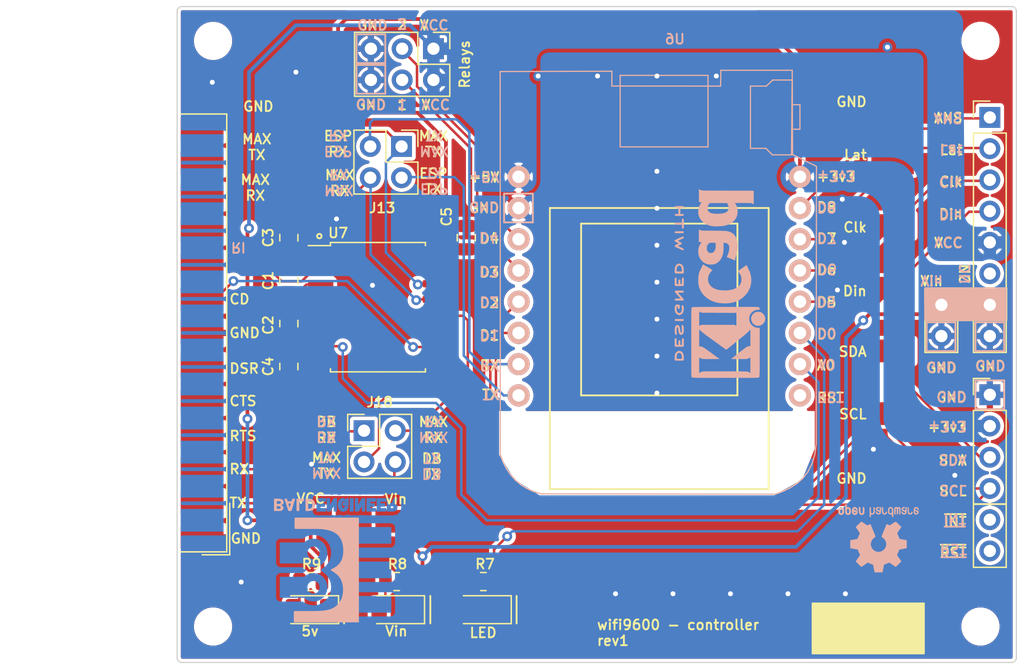
<source format=kicad_pcb>
(kicad_pcb (version 20171130) (host pcbnew "(5.1.6)-1")
  (layers (0 F.Cu signal) (31 B.Cu signal) (34 B.Paste user) (35 F.Paste user) (36 B.SilkS user) (37 F.SilkS user) (38 B.Mask user) (39 F.Mask user) (44 Edge.Cuts user))
  (net 0 "")
  (net 1 "Net-(C1-Pad2)")
  (net 2 "Net-(C1-Pad1)")
  (net 3 "Net-(C2-Pad2)")
  (net 4 "Net-(C2-Pad1)")
  (net 5 "Net-(C3-Pad2)")
  (net 6 GND)
  (net 7 "Net-(C4-Pad2)")
  (net 8 +3V3)
  (net 9 "Net-(D1-Pad2)")
  (net 10 "Net-(D2-Pad2)")
  (net 11 "Net-(D3-Pad2)")
  (net 12 +5V)
  (net 13 "Net-(J12-Pad6)")
  (net 14 /Vin)
  (net 15 /ANS-PB)
  (net 16 /Latch)
  (net 17 /Ser-Clock)
  (net 18 /Data-In)
  (net 19 /ESP-TX)
  (net 20 /MAX-RX)
  (net 21 /ESP-RX)
  (net 22 /MAX-TX)
  (net 23 "Net-(J14-Pad25)")
  (net 24 "Net-(J14-Pad24)")
  (net 25 "Net-(J14-Pad23)")
  (net 26 /RI_232)
  (net 27 "Net-(J14-Pad21)")
  (net 28 "Net-(J14-Pad20)")
  (net 29 "Net-(J14-Pad19)")
  (net 30 "Net-(J14-Pad18)")
  (net 31 "Net-(J14-Pad17)")
  (net 32 "Net-(J14-Pad16)")
  (net 33 "Net-(J14-Pad15)")
  (net 34 "Net-(J14-Pad14)")
  (net 35 "Net-(J14-Pad13)")
  (net 36 "Net-(J14-Pad12)")
  (net 37 "Net-(J14-Pad11)")
  (net 38 "Net-(J14-Pad10)")
  (net 39 "Net-(J14-Pad9)")
  (net 40 /CD_232)
  (net 41 /DSR_232)
  (net 42 /CTS_232)
  (net 43 /RTS_232)
  (net 44 /DBtoMAX-RX)
  (net 45 /DBtoMAX-TX)
  (net 46 /~RST)
  (net 47 /~INT)
  (net 48 /SCL)
  (net 49 /SDA)
  (net 50 /Relay2)
  (net 51 /Relay1)
  (net 52 /DB25-RX)
  (net 53 /DB25-TX)
  (net 54 /LED)
  (net 55 /CD_8266)
  (net 56 "Net-(U6-Pad9)")
  (net 57 "Net-(U7-Pad9)")
  (net 58 "Net-(U7-Pad8)")
  (module Symbol:KiCad-Logo2_6mm_SilkScreen (layer B.Cu) (at 126.8476 100.8888 90)
    (fp_text reference REF** hide)
    (fp_text value KiCad-Logo2_6mm_SilkScreen hide)
  )
  (module Symbol:OSHW-Logo2_7.3x6mm_SilkScreen (layer B.Cu) (at 139.0396 121.6152)
    (fp_text reference REF** hide)
    (fp_text value OSHW-Logo2_7.3x6mm_SilkScreen hide)
  )
  (module "My Libraries:BE10" (layer B.Cu) (at 89.916 128.3716)
    (fp_text reference svg2mod hide)
    (fp_text value G*** hide)
    (fp_poly (pts (xy 3.21 -4.483646) (xy 2.687226 -5.349923) (xy 2.809062 -5.164177) (xy 2.989492 -5.039274) (xy 3.21 -4.993561) (xy 3.431562 -5.039636) (xy 3.611875 -5.165143) (xy 3.733125 -5.351009) (xy 3.7775 -5.578161) (xy 3.733125 -5.806802) (xy 3.611875 -5.993433) (xy 3.431562 -6.119221) (xy 3.21 -6.165336) (xy 2.988437 -6.119221) (xy 2.808125 -5.993433) (xy 2.686875 -5.806802) (xy 2.6425 -5.578161) (xy 2.687226 -5.349923) (xy 3.21 -4.483646) (xy 2.933796 -4.521323) (xy 2.68537 -4.627102) (xy 2.4725 -4.790111) (xy 0.5375 -4.790111) (xy 0.5375 -6.366211) (xy 2.4725 -6.366211) (xy 2.684259 -6.530365) (xy 2.933241 -6.635572) (xy 3.21 -6.672675) (xy 3.492697 -6.633628) (xy 3.746574 -6.523402) (xy 3.961562 -6.352369) (xy 4.127592 -6.130903) (xy 4.234595 -5.869376) (xy 4.2725 -5.578161) (xy 4.234595 -5.286946) (xy 4.127592 -5.025419) (xy 3.961562 -4.803953) (xy 3.746574 -4.63292) (xy 3.492697 -4.522694) (xy 3.21 -4.483646)) (layer B.Cu) (width 0.134262))
    (fp_poly (pts (xy 6.83 -0.788051) (xy 9.465 -0.788051) (xy 9.465 -2.011331) (xy 6.83 -2.011331) (xy 6.83 -0.788051)) (layer B.Cu) (width 0.134262))
    (fp_poly (pts (xy 6.83 -3.587432) (xy 9.465 -3.587432) (xy 9.465 -4.810713) (xy 6.83 -4.810713) (xy 6.83 -3.587432)) (layer B.Cu) (width 0.134262))
    (fp_poly (pts (xy 6.83 -6.39454) (xy 9.465 -6.39454) (xy 9.465 -7.617821) (xy 6.83 -7.617821) (xy 6.83 -6.39454)) (layer B.Cu) (width 0.134262))
    (fp_poly (pts (xy 3.21 -1.689415) (xy 2.687226 -2.555289) (xy 2.809062 -2.368658) (xy 2.989492 -2.242869) (xy 3.21 -2.196755) (xy 3.431562 -2.242869) (xy 3.611875 -2.368658) (xy 3.733125 -2.555289) (xy 3.7775 -2.78393) (xy 3.733125 -3.011082) (xy 3.611875 -3.196948) (xy 3.431562 -3.322455) (xy 3.21 -3.368529) (xy 2.988437 -3.322455) (xy 2.808125 -3.196948) (xy 2.686875 -3.011082) (xy 2.6425 -2.78393) (xy 2.687226 -2.555289) (xy 3.21 -1.689415) (xy 2.933796 -1.727091) (xy 2.68537 -1.832871) (xy 2.4725 -1.995879) (xy 0.5375 -1.995879) (xy 0.5375 -3.57198) (xy 2.4725 -3.57198) (xy 2.684259 -3.736134) (xy 2.933241 -3.841341) (xy 3.21 -3.878444) (xy 3.492697 -3.839397) (xy 3.746574 -3.729171) (xy 3.961562 -3.558138) (xy 4.127592 -3.336672) (xy 4.234595 -3.075145) (xy 4.2725 -2.78393) (xy 4.234595 -2.492715) (xy 4.127592 -2.231188) (xy 3.961562 -2.009722) (xy 3.746574 -1.838689) (xy 3.492697 -1.728463) (xy 3.21 -1.689415)) (layer B.Cu) (width 0.134262))
    (fp_poly (pts (xy 4.19 -9.178469) (xy 3.73 -9.178469) (xy 3.73 -9.38192) (xy 4.0925 -9.38192) (xy 4.0925 -9.569919) (xy 3.73 -9.569919) (xy 3.73 -9.786247) (xy 4.19 -9.786247) (xy 4.19 -9.984547) (xy 3.5 -9.984547) (xy 3.5 -8.987895) (xy 4.19 -8.987895) (xy 4.19 -9.178469)) (layer B.Cu) (width 0.095901))
    (fp_poly (pts (xy 5.07 -8.99047) (xy 5.07 -9.987123) (xy 4.8775 -9.987123) (xy 4.5 -9.312387) (xy 4.502487 -9.345866) (xy 4.504974 -9.389646) (xy 4.504974 -9.987123) (xy 4.327474 -9.987123) (xy 4.327474 -8.99047) (xy 4.572474 -8.99047) (xy 4.902474 -9.577645) (xy 4.897473 -9.510687) (xy 4.897473 -8.99047) (xy 5.07 -8.99047)) (layer B.Cu) (width 0.095901))
    (fp_poly (pts (xy 6.02 -9.454029) (xy 6.02 -9.987123) (xy 5.9175 -9.987123) (xy 5.885 -9.871233) (xy 5.62 -9.999999) (xy 5.451875 -9.965232) (xy 5.325 -9.860931) (xy 5.24625 -9.700939) (xy 5.22 -9.500386) (xy 5.248125 -9.285346) (xy 5.3325 -9.116662) (xy 5.465312 -9.00882) (xy 5.6375 -8.972443) (xy 5.8975 -9.065155) (xy 6.0175 -9.314962) (xy 5.8025 -9.34329) (xy 5.635 -9.163017) (xy 5.495 -9.248003) (xy 5.4475 -9.492659) (xy 5.4975 -9.727014) (xy 5.6425 -9.806849) (xy 5.75 -9.765644) (xy 5.7975 -9.634303) (xy 5.615 -9.634303) (xy 5.615 -9.448879) (xy 6.02 -9.448879) (xy 6.02 -9.454029)) (layer B.Cu) (width 0.095901))
    (fp_poly (pts (xy 6.4225 -8.99047) (xy 6.4225 -9.987123) (xy 6.1975 -9.987123) (xy 6.1975 -8.99047) (xy 6.4225 -8.99047)) (layer B.Cu) (width 0.095901))
    (fp_poly (pts (xy 7.3625 -8.99047) (xy 7.3625 -9.987123) (xy 7.17 -9.987123) (xy 6.7925 -9.314962) (xy 6.794987 -9.348441) (xy 6.797474 -9.392222) (xy 6.797474 -9.989698) (xy 6.619974 -9.989698) (xy 6.619974 -8.993046) (xy 6.864974 -8.993046) (xy 7.194974 -9.580221) (xy 7.189973 -9.513262) (xy 7.189973 -8.993046) (xy 7.362473 -8.993046) (xy 7.3625 -8.99047)) (layer B.Cu) (width 0.095901))
    (fp_poly (pts (xy 8.2475 -9.178469) (xy 7.7875 -9.178469) (xy 7.7875 -9.38192) (xy 8.15 -9.38192) (xy 8.15 -9.569919) (xy 7.7875 -9.569919) (xy 7.7875 -9.786247) (xy 8.2475 -9.786247) (xy 8.2475 -9.984547) (xy 7.5575 -9.984547) (xy 7.5575 -8.987895) (xy 8.2475 -8.987895) (xy 8.2475 -9.178469)) (layer B.Cu) (width 0.095901))
    (fp_poly (pts (xy 9.075 -9.178469) (xy 8.615 -9.178469) (xy 8.615 -9.38192) (xy 8.975 -9.38192) (xy 8.975 -9.569919) (xy 8.6125 -9.569919) (xy 8.6125 -9.786247) (xy 9.075 -9.786247) (xy 9.075 -9.984547) (xy 8.385 -9.984547) (xy 8.385 -8.987895) (xy 9.075 -8.987895) (xy 9.075 -9.178469)) (layer B.Cu) (width 0.095901))
    (fp_poly (pts (xy 9.4375 -9.590522) (xy 9.4375 -9.423126) (xy 9.5775 -9.423126) (xy 9.6775 -9.412825) (xy 9.7325 -9.369045) (xy 9.7575 -9.291785) (xy 9.7325 -9.2171) (xy 9.68 -9.175895) (xy 9.5725 -9.168169) (xy 9.4375 -9.168168) (xy 9.4375 -9.423126) (xy 9.4375 -9.590522) (xy 9.4375 -9.984547) (xy 9.21 -9.984547) (xy 9.21 -8.987895) (xy 9.635 -8.987895) (xy 9.825 -9.016224) (xy 9.9425 -9.119237) (xy 9.99 -9.286633) (xy 9.948437 -9.440509) (xy 9.8225 -9.544166) (xy 10 -9.984547) (xy 9.75 -9.984547) (xy 9.6025 -9.590522) (xy 9.4375 -9.590522)) (layer B.Cu) (width 0.095901))
  )
  (module "My Libraries:D1_mini_board" (layer B.Cu) (at 121.2215 99.822)
    (fp_text reference U6 (at 1.27 -18.81) (layer B.SilkS) (effects (font (size 0.8 0.8)) (justify mirror)))
    (fp_text value WeMos_mini)
    (pad 8 thru_hole circle (at -11.43 10.16) (size 1.8 1.8) (drill 1.016) (layers *.Cu *.Mask B.SilkS) (net 19 /ESP-TX))
    (pad 7 thru_hole circle (at -11.43 7.62) (size 1.8 1.8) (drill 1.016) (layers *.Cu *.Mask B.SilkS) (net 21 /ESP-RX))
    (pad 6 thru_hole circle (at -11.43 5.08) (size 1.8 1.8) (drill 1.016) (layers *.Cu *.Mask B.SilkS) (net 49 /SDA))
    (pad 5 thru_hole circle (at -11.43 2.54) (size 1.8 1.8) (drill 1.016) (layers *.Cu *.Mask B.SilkS) (net 48 /SCL))
    (pad 4 thru_hole circle (at -11.43 0) (size 1.8 1.8) (drill 1.016) (layers *.Cu *.Mask B.SilkS) (net 51 /Relay1))
    (pad 3 thru_hole circle (at -11.43 -2.54) (size 1.8 1.8) (drill 1.016) (layers *.Cu *.Mask B.SilkS) (net 50 /Relay2))
    (pad 2 thru_hole circle (at -11.43 -5.08) (size 1.8 1.8) (drill 1.016) (layers *.Cu *.Mask B.SilkS) (net 6 GND))
    (pad 1 thru_hole circle (at -11.43 -7.62) (size 1.8 1.8) (drill 1.016) (layers *.Cu *.Mask B.SilkS) (net 12 +5V))
    (pad 16 thru_hole circle (at 11.43 -7.62) (size 1.8 1.8) (drill 1.016) (layers *.Cu *.Mask B.SilkS) (net 8 +3V3))
    (pad 15 thru_hole circle (at 11.43 -5.08) (size 1.8 1.8) (drill 1.016) (layers *.Cu *.Mask B.SilkS) (net 15 /ANS-PB))
    (pad 14 thru_hole circle (at 11.43 -2.54) (size 1.8 1.8) (drill 1.016) (layers *.Cu *.Mask B.SilkS) (net 16 /Latch))
    (pad 13 thru_hole circle (at 11.43 0) (size 1.8 1.8) (drill 1.016) (layers *.Cu *.Mask B.SilkS) (net 17 /Ser-Clock))
    (pad 12 thru_hole circle (at 11.43 2.54) (size 1.8 1.8) (drill 1.016) (layers *.Cu *.Mask B.SilkS) (net 18 /Data-In))
    (pad 11 thru_hole circle (at 11.43 5.08) (size 1.8 1.8) (drill 1.016) (layers *.Cu *.Mask B.SilkS) (net 54 /LED))
    (pad 10 thru_hole circle (at 11.43 7.62) (size 1.8 1.8) (drill 1.016) (layers *.Cu *.Mask B.SilkS) (net 55 /CD_8266))
    (pad 9 thru_hole circle (at 11.43 10.16) (size 1.8 1.8) (drill 1.016) (layers *.Cu *.Mask B.SilkS) (net 56 "Net-(U6-Pad9)"))
  )
  (module "My Libraries:Harwin-S1751-46-Test-Point" (layer F.Cu) (at 140.1826 116.5606)
    (fp_text reference TP1 hide)
    (fp_text value GND)
    (pad 1 smd rect (at 0 0) (size 3.45 1.85) (layers F.Cu F.Paste F.Mask) (net 6 GND))
  )
  (module Package_SO:SOIC-16W_7.5x10.3mm_P1.27mm (layer F.Cu) (at 98.3615 102.8065)
    (fp_text reference U7 (at -3.2385 -6.0325) (layer F.SilkS) (effects (font (size 0.8 0.8))))
    (fp_text value MAX3232)
    (pad 16 smd roundrect (at 4.65 -4.445) (size 2.05 0.6) (layers F.Cu F.Paste F.Mask) (net 8 +3V3))
    (pad 15 smd roundrect (at 4.65 -3.175) (size 2.05 0.6) (layers F.Cu F.Paste F.Mask) (net 6 GND))
    (pad 14 smd roundrect (at 4.65 -1.905) (size 2.05 0.6) (layers F.Cu F.Paste F.Mask) (net 22 /MAX-TX))
    (pad 13 smd roundrect (at 4.65 -0.635) (size 2.05 0.6) (layers F.Cu F.Paste F.Mask) (net 20 /MAX-RX))
    (pad 12 smd roundrect (at 4.65 0.635) (size 2.05 0.6) (layers F.Cu F.Paste F.Mask) (net 44 /DBtoMAX-RX))
    (pad 11 smd roundrect (at 4.65 1.905) (size 2.05 0.6) (layers F.Cu F.Paste F.Mask) (net 45 /DBtoMAX-TX))
    (pad 10 smd roundrect (at 4.65 3.175) (size 2.05 0.6) (layers F.Cu F.Paste F.Mask) (net 40 /CD_232))
    (pad 9 smd roundrect (at 4.65 4.445) (size 2.05 0.6) (layers F.Cu F.Paste F.Mask) (net 57 "Net-(U7-Pad9)"))
    (pad 8 smd roundrect (at -4.65 4.445) (size 2.05 0.6) (layers F.Cu F.Paste F.Mask) (net 58 "Net-(U7-Pad8)"))
    (pad 7 smd roundrect (at -4.65 3.175) (size 2.05 0.6) (layers F.Cu F.Paste F.Mask) (net 55 /CD_8266))
    (pad 6 smd roundrect (at -4.65 1.905) (size 2.05 0.6) (layers F.Cu F.Paste F.Mask) (net 7 "Net-(C4-Pad2)"))
    (pad 5 smd roundrect (at -4.65 0.635) (size 2.05 0.6) (layers F.Cu F.Paste F.Mask) (net 3 "Net-(C2-Pad2)"))
    (pad 4 smd roundrect (at -4.65 -0.635) (size 2.05 0.6) (layers F.Cu F.Paste F.Mask) (net 4 "Net-(C2-Pad1)"))
    (pad 3 smd roundrect (at -4.65 -1.905) (size 2.05 0.6) (layers F.Cu F.Paste F.Mask) (net 2 "Net-(C1-Pad1)"))
    (pad 2 smd roundrect (at -4.65 -3.175) (size 2.05 0.6) (layers F.Cu F.Paste F.Mask) (net 5 "Net-(C3-Pad2)"))
    (pad 1 smd roundrect (at -4.65 -4.445) (size 2.05 0.6) (layers F.Cu F.Paste F.Mask) (net 1 "Net-(C1-Pad2)"))
  )
  (module "My Libraries:Harwin-S1751-46-Test-Point" (layer F.Cu) (at 140.1826 85.979)
    (fp_text reference TP19 hide)
    (fp_text value GND)
    (pad 1 smd rect (at 0 0) (size 3.45 1.85) (layers F.Cu F.Paste F.Mask) (net 6 GND))
  )
  (module "My Libraries:Harwin-S1751-46-Test-Point" (layer F.Cu) (at 91.9734 86.4362)
    (fp_text reference TP18 hide)
    (fp_text value GND)
    (pad 1 smd rect (at 0 0) (size 3.45 1.85) (layers F.Cu F.Paste F.Mask) (net 6 GND))
  )
  (module "My Libraries:Harwin-S1751-46-Test-Point" (layer F.Cu) (at 92.8951 120.0912)
    (fp_text reference TP17 hide)
    (fp_text value VCC)
    (pad 1 smd rect (at 0 0) (size 3.45 1.85) (layers F.Cu F.Paste F.Mask) (net 12 +5V))
  )
  (module "My Libraries:Harwin-S1751-46-Test-Point" (layer F.Cu) (at 99.8801 120.2182)
    (fp_text reference TP16 hide)
    (fp_text value Vin)
    (pad 1 smd rect (at 0 0) (size 3.45 1.85) (layers F.Cu F.Paste F.Mask) (net 14 /Vin))
  )
  (module "My Libraries:Harwin-S1751-46-Test-Point" (layer F.Cu) (at 140.1826 91.075933)
    (fp_text reference TP15 hide)
    (fp_text value Latch)
    (pad 1 smd rect (at 0 0) (size 3.45 1.85) (layers F.Cu F.Paste F.Mask) (net 16 /Latch))
  )
  (module "My Libraries:Harwin-S1751-46-Test-Point" (layer F.Cu) (at 140.1826 96.172866)
    (fp_text reference TP14 hide)
    (fp_text value Ser-Clk)
    (pad 1 smd rect (at 0 0) (size 3.45 1.85) (layers F.Cu F.Paste F.Mask) (net 17 /Ser-Clock))
  )
  (module "My Libraries:Harwin-S1751-46-Test-Point" (layer F.Cu) (at 140.1826 101.269799)
    (fp_text reference TP13 hide)
    (fp_text value Din)
    (pad 1 smd rect (at 0 0) (size 3.45 1.85) (layers F.Cu F.Paste F.Mask) (net 18 /Data-In))
  )
  (module "My Libraries:Harwin-S1751-46-Test-Point" (layer F.Cu) (at 92.075 93.1164)
    (fp_text reference TP12 hide)
    (fp_text value RX)
    (pad 1 smd rect (at 0 0) (size 3.45 1.85) (layers F.Cu F.Paste F.Mask) (net 20 /MAX-RX))
  )
  (module "My Libraries:Harwin-S1751-46-Test-Point" (layer F.Cu) (at 92.0115 89.7763)
    (fp_text reference TP11 hide)
    (fp_text value TX)
    (pad 1 smd rect (at 0 0) (size 3.45 1.85) (layers F.Cu F.Paste F.Mask) (net 22 /MAX-TX))
  )
  (module "My Libraries:Harwin-S1751-46-Test-Point" (layer F.Cu) (at 140.1826 106.366732)
    (fp_text reference TP10 hide)
    (fp_text value SDA)
    (pad 1 smd rect (at 0 0) (size 3.45 1.85) (layers F.Cu F.Paste F.Mask) (net 49 /SDA))
  )
  (module "My Libraries:Harwin-S1751-46-Test-Point" (layer F.Cu) (at 140.1826 111.463665)
    (fp_text reference TP9 hide)
    (fp_text value SCL)
    (pad 1 smd rect (at 0 0) (size 3.45 1.85) (layers F.Cu F.Paste F.Mask) (net 48 /SCL))
  )
  (module Resistor_SMD:R_0805_2012Metric (layer F.Cu) (at 92.8951 125.1204 180)
    (fp_text reference R9 (at -0.0689 1.4224) (layer F.SilkS) (effects (font (size 0.8 0.8))))
    (fp_text value 1k)
    (pad 2 smd roundrect (at 0.9125 0 180) (size 1.025 1.4) (layers F.Cu F.Paste F.Mask) (roundrect_rratio 0.243902) (net 11 "Net-(D3-Pad2)"))
    (pad 1 smd roundrect (at -0.9125 0 180) (size 1.025 1.4) (layers F.Cu F.Paste F.Mask) (roundrect_rratio 0.243902) (net 12 +5V))
  )
  (module Resistor_SMD:R_0805_2012Metric (layer F.Cu) (at 99.8801 125.1204 180)
    (fp_text reference R8 (at -0.0689 1.4224) (layer F.SilkS) (effects (font (size 0.8 0.8))))
    (fp_text value 1k)
    (pad 2 smd roundrect (at 0.9125 0 180) (size 1.025 1.4) (layers F.Cu F.Paste F.Mask) (roundrect_rratio 0.243902) (net 10 "Net-(D2-Pad2)"))
    (pad 1 smd roundrect (at -0.9125 0 180) (size 1.025 1.4) (layers F.Cu F.Paste F.Mask) (roundrect_rratio 0.243902) (net 14 /Vin))
  )
  (module Resistor_SMD:R_0805_2012Metric (layer F.Cu) (at 106.9286 125.1204 180)
    (fp_text reference R7 (at -0.1324 1.4224) (layer F.SilkS) (effects (font (size 0.8 0.8))))
    (fp_text value 1k)
    (pad 2 smd roundrect (at 0.9125 0 180) (size 1.025 1.4) (layers F.Cu F.Paste F.Mask) (roundrect_rratio 0.243902) (net 9 "Net-(D1-Pad2)"))
    (pad 1 smd roundrect (at -0.9125 0 180) (size 1.025 1.4) (layers F.Cu F.Paste F.Mask) (roundrect_rratio 0.243902) (net 54 /LED))
  )
  (module Connector_PinHeader_2.54mm:PinHeader_2x02_P2.54mm_Vertical (layer F.Cu) (at 97.2312 112.8522)
    (fp_text reference J18 (at 1.27 -2.33) (layer F.SilkS) (effects (font (size 0.8 0.8))))
    (fp_text value DBtoMAX)
    (pad 4 thru_hole oval (at 2.54 2.54) (size 1.7 1.7) (drill 1) (layers *.Cu *.Mask) (net 53 /DB25-TX))
    (pad 3 thru_hole oval (at 0 2.54) (size 1.7 1.7) (drill 1) (layers *.Cu *.Mask) (net 45 /DBtoMAX-TX))
    (pad 2 thru_hole oval (at 2.54 0) (size 1.7 1.7) (drill 1) (layers *.Cu *.Mask) (net 44 /DBtoMAX-RX))
    (pad 1 thru_hole rect (at 0 0) (size 1.7 1.7) (drill 1) (layers *.Cu *.Mask) (net 52 /DB25-RX))
  )
  (module Connector_PinHeader_2.54mm:PinHeader_2x03_P2.54mm_Vertical (layer F.Cu) (at 102.87 81.788 270)
    (fp_text reference J17 hide)
    (fp_text value Relays)
    (pad 6 thru_hole oval (at 2.54 5.08 270) (size 1.7 1.7) (drill 1) (layers *.Cu *.Mask) (net 6 GND))
    (pad 5 thru_hole oval (at 0 5.08 270) (size 1.7 1.7) (drill 1) (layers *.Cu *.Mask) (net 6 GND))
    (pad 4 thru_hole oval (at 2.54 2.54 270) (size 1.7 1.7) (drill 1) (layers *.Cu *.Mask) (net 51 /Relay1))
    (pad 3 thru_hole oval (at 0 2.54 270) (size 1.7 1.7) (drill 1) (layers *.Cu *.Mask) (net 50 /Relay2))
    (pad 2 thru_hole oval (at 2.54 0 270) (size 1.7 1.7) (drill 1) (layers *.Cu *.Mask) (net 12 +5V))
    (pad 1 thru_hole rect (at 0 0 270) (size 1.7 1.7) (drill 1) (layers *.Cu *.Mask) (net 12 +5V))
  )
  (module Connector_PinHeader_2.54mm:PinHeader_1x06_P2.54mm_Vertical (layer F.Cu) (at 148.082 109.9312)
    (fp_text reference J16 hide)
    (fp_text value "Quiic MP3")
    (pad 6 thru_hole oval (at 0 12.7) (size 1.7 1.7) (drill 1) (layers *.Cu *.Mask) (net 46 /~RST))
    (pad 5 thru_hole oval (at 0 10.16) (size 1.7 1.7) (drill 1) (layers *.Cu *.Mask) (net 47 /~INT))
    (pad 4 thru_hole oval (at 0 7.62) (size 1.7 1.7) (drill 1) (layers *.Cu *.Mask) (net 48 /SCL))
    (pad 3 thru_hole oval (at 0 5.08) (size 1.7 1.7) (drill 1) (layers *.Cu *.Mask) (net 49 /SDA))
    (pad 2 thru_hole oval (at 0 2.54) (size 1.7 1.7) (drill 1) (layers *.Cu *.Mask) (net 8 +3V3))
    (pad 1 thru_hole rect (at 0 0) (size 1.7 1.7) (drill 1) (layers *.Cu *.Mask) (net 6 GND))
  )
  (module Connector_PinHeader_2.54mm:PinHeader_1x02_P2.54mm_Vertical (layer F.Cu) (at 144.145 102.616)
    (fp_text reference J15 hide)
    (fp_text value Power_In)
    (pad 2 thru_hole oval (at 0 2.54) (size 1.7 1.7) (drill 1) (layers *.Cu *.Mask) (net 6 GND))
    (pad 1 thru_hole rect (at 0 0) (size 1.7 1.7) (drill 1) (layers *.Cu *.Mask) (net 14 /Vin))
  )
  (module Connector_Dsub:DSUB-25_Female_EdgeMount_P2.77mm (layer F.Cu) (at 84.074 104.902 270)
    (fp_text reference J14 hide)
    (fp_text value DB25_Female_MountingHoles)
    (pad 25 smd rect (at -15.235 0 270) (size 1.846667 3.48) (layers B.Cu B.Paste B.Mask) (net 23 "Net-(J14-Pad25)"))
    (pad 24 smd rect (at -12.465 0 270) (size 1.846667 3.48) (layers B.Cu B.Paste B.Mask) (net 24 "Net-(J14-Pad24)"))
    (pad 23 smd rect (at -9.695 0 270) (size 1.846667 3.48) (layers B.Cu B.Paste B.Mask) (net 25 "Net-(J14-Pad23)"))
    (pad 22 smd rect (at -6.925 0 270) (size 1.846667 3.48) (layers B.Cu B.Paste B.Mask) (net 26 /RI_232))
    (pad 21 smd rect (at -4.155 0 270) (size 1.846667 3.48) (layers B.Cu B.Paste B.Mask) (net 27 "Net-(J14-Pad21)"))
    (pad 20 smd rect (at -1.385 0 270) (size 1.846667 3.48) (layers B.Cu B.Paste B.Mask) (net 28 "Net-(J14-Pad20)"))
    (pad 19 smd rect (at 1.385 0 270) (size 1.846667 3.48) (layers B.Cu B.Paste B.Mask) (net 29 "Net-(J14-Pad19)"))
    (pad 18 smd rect (at 4.155 0 270) (size 1.846667 3.48) (layers B.Cu B.Paste B.Mask) (net 30 "Net-(J14-Pad18)"))
    (pad 17 smd rect (at 6.925 0 270) (size 1.846667 3.48) (layers B.Cu B.Paste B.Mask) (net 31 "Net-(J14-Pad17)"))
    (pad 16 smd rect (at 9.695 0 270) (size 1.846667 3.48) (layers B.Cu B.Paste B.Mask) (net 32 "Net-(J14-Pad16)"))
    (pad 15 smd rect (at 12.465 0 270) (size 1.846667 3.48) (layers B.Cu B.Paste B.Mask) (net 33 "Net-(J14-Pad15)"))
    (pad 14 smd rect (at 15.235 0 270) (size 1.846667 3.48) (layers B.Cu B.Paste B.Mask) (net 34 "Net-(J14-Pad14)"))
    (pad 13 smd rect (at -16.62 0 270) (size 1.846667 3.48) (layers F.Cu F.Paste F.Mask) (net 35 "Net-(J14-Pad13)"))
    (pad 12 smd rect (at -13.85 0 270) (size 1.846667 3.48) (layers F.Cu F.Paste F.Mask) (net 36 "Net-(J14-Pad12)"))
    (pad 11 smd rect (at -11.08 0 270) (size 1.846667 3.48) (layers F.Cu F.Paste F.Mask) (net 37 "Net-(J14-Pad11)"))
    (pad 10 smd rect (at -8.31 0 270) (size 1.846667 3.48) (layers F.Cu F.Paste F.Mask) (net 38 "Net-(J14-Pad10)"))
    (pad 9 smd rect (at -5.54 0 270) (size 1.846667 3.48) (layers F.Cu F.Paste F.Mask) (net 39 "Net-(J14-Pad9)"))
    (pad 8 smd rect (at -2.77 0 270) (size 1.846667 3.48) (layers F.Cu F.Paste F.Mask) (net 40 /CD_232))
    (pad 7 smd rect (at 0 0 270) (size 1.846667 3.48) (layers F.Cu F.Paste F.Mask) (net 6 GND))
    (pad 6 smd rect (at 2.77 0 270) (size 1.846667 3.48) (layers F.Cu F.Paste F.Mask) (net 41 /DSR_232))
    (pad 5 smd rect (at 5.54 0 270) (size 1.846667 3.48) (layers F.Cu F.Paste F.Mask) (net 42 /CTS_232))
    (pad 4 smd rect (at 8.31 0 270) (size 1.846667 3.48) (layers F.Cu F.Paste F.Mask) (net 43 /RTS_232))
    (pad 3 smd rect (at 11.08 0 270) (size 1.846667 3.48) (layers F.Cu F.Paste F.Mask) (net 52 /DB25-RX))
    (pad 2 smd rect (at 13.85 0 270) (size 1.846667 3.48) (layers F.Cu F.Paste F.Mask) (net 53 /DB25-TX))
    (pad 1 smd rect (at 16.62 0 270) (size 1.846667 3.48) (layers F.Cu F.Paste F.Mask) (net 6 GND))
  )
  (module Connector_PinHeader_2.54mm:PinHeader_2x02_P2.54mm_Vertical (layer F.Cu) (at 100.2792 89.7382 270)
    (fp_text reference J13 (at 5.0038 1.5748 180) (layer F.SilkS) (effects (font (size 0.8 0.8))))
    (fp_text value 8266-Serial)
    (pad 4 thru_hole oval (at 2.54 2.54 270) (size 1.7 1.7) (drill 1) (layers *.Cu *.Mask) (net 20 /MAX-RX))
    (pad 3 thru_hole oval (at 0 2.54 270) (size 1.7 1.7) (drill 1) (layers *.Cu *.Mask) (net 21 /ESP-RX))
    (pad 2 thru_hole oval (at 2.54 0 270) (size 1.7 1.7) (drill 1) (layers *.Cu *.Mask) (net 19 /ESP-TX))
    (pad 1 thru_hole rect (at 0 0 270) (size 1.7 1.7) (drill 1) (layers *.Cu *.Mask) (net 22 /MAX-TX))
  )
  (module Connector_PinHeader_2.54mm:PinHeader_1x08_P2.54mm_Vertical (layer F.Cu) (at 148.082 87.376)
    (fp_text reference J12 hide)
    (fp_text value Front_Panel)
    (pad 8 thru_hole oval (at 0 17.78) (size 1.7 1.7) (drill 1) (layers *.Cu *.Mask) (net 6 GND))
    (pad 7 thru_hole oval (at 0 15.24) (size 1.7 1.7) (drill 1) (layers *.Cu *.Mask) (net 14 /Vin))
    (pad 6 thru_hole oval (at 0 12.7) (size 1.7 1.7) (drill 1) (layers *.Cu *.Mask) (net 13 "Net-(J12-Pad6)"))
    (pad 5 thru_hole oval (at 0 10.16) (size 1.7 1.7) (drill 1) (layers *.Cu *.Mask) (net 12 +5V))
    (pad 4 thru_hole oval (at 0 7.62) (size 1.7 1.7) (drill 1) (layers *.Cu *.Mask) (net 18 /Data-In))
    (pad 3 thru_hole oval (at 0 5.08) (size 1.7 1.7) (drill 1) (layers *.Cu *.Mask) (net 17 /Ser-Clock))
    (pad 2 thru_hole oval (at 0 2.54) (size 1.7 1.7) (drill 1) (layers *.Cu *.Mask) (net 16 /Latch))
    (pad 1 thru_hole rect (at 0 0) (size 1.7 1.7) (drill 1) (layers *.Cu *.Mask) (net 15 /ANS-PB))
  )
  (module MountingHole:MountingHole_2.5mm (layer F.Cu) (at 147.32 128.778)
    (fp_text reference H4 hide)
    (fp_text value MountingHole)
    (pad 1 np_thru_hole circle (at 0 0) (size 2.5 2.5) (drill 2.5) (layers *.Cu *.Mask))
  )
  (module MountingHole:MountingHole_2.5mm (layer F.Cu) (at 84.963 81.153)
    (fp_text reference H3 hide)
    (fp_text value MountingHole)
    (pad 1 np_thru_hole circle (at 0 0) (size 2.5 2.5) (drill 2.5) (layers *.Cu *.Mask))
  )
  (module MountingHole:MountingHole_2.5mm (layer F.Cu) (at 147.32 81.153)
    (fp_text reference H2 hide)
    (fp_text value MountingHole)
    (pad 1 np_thru_hole circle (at 0 0) (size 2.5 2.5) (drill 2.5) (layers *.Cu *.Mask))
  )
  (module MountingHole:MountingHole_2.5mm (layer F.Cu) (at 84.963 128.778)
    (fp_text reference H1 hide)
    (fp_text value MountingHole)
    (pad 1 np_thru_hole circle (at 0 0) (size 2.5 2.5) (drill 2.5) (layers *.Cu *.Mask))
  )
  (module LED_SMD:LED_1206_3216Metric (layer F.Cu) (at 92.8751 127.4064 180)
    (fp_text reference D3 hide)
    (fp_text value 5v (at 0.0381 -1.7526) (layer F.SilkS) (effects (font (size 0.8 0.8))))
    (pad 2 smd roundrect (at 1.4 0 180) (size 1.25 1.75) (layers F.Cu F.Paste F.Mask) (roundrect_rratio 0.2) (net 11 "Net-(D3-Pad2)"))
    (pad 1 smd roundrect (at -1.4 0 180) (size 1.25 1.75) (layers F.Cu F.Paste F.Mask) (roundrect_rratio 0.2) (net 6 GND))
  )
  (module LED_SMD:LED_1206_3216Metric (layer F.Cu) (at 99.8601 127.4064 180)
    (fp_text reference D2 hide)
    (fp_text value Vin (at 0 -1.7526) (layer F.SilkS) (effects (font (size 0.8 0.8))))
    (pad 2 smd roundrect (at 1.4 0 180) (size 1.25 1.75) (layers F.Cu F.Paste F.Mask) (roundrect_rratio 0.2) (net 10 "Net-(D2-Pad2)"))
    (pad 1 smd roundrect (at -1.4 0 180) (size 1.25 1.75) (layers F.Cu F.Paste F.Mask) (roundrect_rratio 0.2) (net 6 GND))
  )
  (module LED_SMD:LED_1206_3216Metric (layer F.Cu) (at 106.9086 127.4064 180)
    (fp_text reference D1 hide)
    (fp_text value LED (at 0 -1.8796) (layer F.SilkS) (effects (font (size 0.8 0.8))))
    (pad 2 smd roundrect (at 1.4 0 180) (size 1.25 1.75) (layers F.Cu F.Paste F.Mask) (roundrect_rratio 0.2) (net 9 "Net-(D1-Pad2)"))
    (pad 1 smd roundrect (at -1.4 0 180) (size 1.25 1.75) (layers F.Cu F.Paste F.Mask) (roundrect_rratio 0.2) (net 6 GND))
  )
  (module Capacitor_SMD:C_0805_2012Metric (layer F.Cu) (at 105.537 97.155 270)
    (fp_text reference C5 (at -1.7018 1.6002 270) (layer F.SilkS) (effects (font (size 0.8 0.8))))
    (fp_text value 1u)
    (pad 2 smd roundrect (at 0.95 0 270) (size 1 1.45) (layers F.Cu F.Paste F.Mask) (net 8 +3V3))
    (pad 1 smd roundrect (at -0.95 0 270) (size 1 1.45) (layers F.Cu F.Paste F.Mask) (net 6 GND))
  )
  (module Capacitor_SMD:C_0805_2012Metric (layer F.Cu) (at 91.1225 107.6325 90)
    (fp_text reference C4 (at 0 -1.68 90) (layer F.SilkS) (effects (font (size 0.8 0.8))))
    (fp_text value 1u)
    (pad 2 smd roundrect (at 0.95 0 90) (size 1 1.45) (layers F.Cu F.Paste F.Mask) (net 7 "Net-(C4-Pad2)"))
    (pad 1 smd roundrect (at -0.95 0 90) (size 1 1.45) (layers F.Cu F.Paste F.Mask) (net 6 GND))
  )
  (module Capacitor_SMD:C_0805_2012Metric (layer F.Cu) (at 91.1225 97.155 270)
    (fp_text reference C3 (at 0 1.68 90) (layer F.SilkS) (effects (font (size 0.8 0.8))))
    (fp_text value 1u)
    (pad 2 smd roundrect (at 0.95 0 270) (size 1 1.45) (layers F.Cu F.Paste F.Mask) (net 5 "Net-(C3-Pad2)"))
    (pad 1 smd roundrect (at -0.95 0 270) (size 1 1.45) (layers F.Cu F.Paste F.Mask) (net 6 GND))
  )
  (module Capacitor_SMD:C_0805_2012Metric (layer F.Cu) (at 91.1225 104.14 270)
    (fp_text reference C2 (at 0.127 1.68 90) (layer F.SilkS) (effects (font (size 0.8 0.8))))
    (fp_text value 1u)
    (pad 2 smd roundrect (at 0.95 0 270) (size 1 1.45) (layers F.Cu F.Paste F.Mask) (net 3 "Net-(C2-Pad2)"))
    (pad 1 smd roundrect (at -0.95 0 270) (size 1 1.45) (layers F.Cu F.Paste F.Mask) (net 4 "Net-(C2-Pad1)"))
  )
  (module Capacitor_SMD:C_0805_2012Metric (layer F.Cu) (at 91.1225 100.6475 90)
    (fp_text reference C1 (at 0 -1.68 90) (layer F.SilkS) (effects (font (size 0.8 0.8))))
    (fp_text value 1u)
    (pad 2 smd roundrect (at 0.95 0 90) (size 1 1.45) (layers F.Cu F.Paste F.Mask) (net 1 "Net-(C1-Pad2)"))
    (pad 1 smd roundrect (at -0.95 0 90) (size 1 1.45) (layers F.Cu F.Paste F.Mask) (net 2 "Net-(C1-Pad1)"))
  )
  (gr_text NC (at 145.9992 100.101505 270) (layer B.SilkS) (effects (font (size 0.8 0.8)) (justify mirror)))
  (gr_text NC (at 145.9992 100.101505 270) (layer F.SilkS) (effects (font (size 0.8 0.8))))
  (gr_line (start 96.6216 85.4456) (end 96.6216 83.1088) (layer B.SilkS) (width 0.15))
  (gr_line (start 96.6216 83.1088) (end 98.9584 83.1088) (layer B.SilkS) (width 0.15))
  (gr_line (start 98.9584 83.1088) (end 98.9584 85.4456) (layer B.SilkS) (width 0.15))
  (gr_line (start 98.9584 85.4456) (end 96.6216 85.4456) (layer B.SilkS) (width 0.15))
  (gr_line (start 96.6216 82.9564) (end 96.6216 80.6196) (layer B.SilkS) (width 0.15))
  (gr_line (start 96.6216 80.6196) (end 98.9584 80.6196) (layer B.SilkS) (width 0.15))
  (gr_line (start 98.9584 82.9564) (end 96.6216 82.9564) (layer B.SilkS) (width 0.15))
  (gr_line (start 98.9584 80.6196) (end 98.9584 82.9564) (layer B.SilkS) (width 0.15))
  (gr_text "wifi9600 - controller\nrev1" (at 116.078 129.286) (layer F.SilkS) (effects (font (size 0.8 0.8)) (justify left)))
  (gr_poly (pts (xy 142.748 130.9878) (xy 133.6548 130.9878) (xy 133.6548 128.0668) (xy 133.6548 126.873) (xy 142.748 126.873)) (layer F.SilkS) (width 0.1))
  (gr_text GND (at 87.63 121.6152) (layer F.SilkS) (effects (font (size 0.8 0.8))))
  (gr_line (start 110.9472 95.9104) (end 108.6104 95.9104) (layer B.SilkS) (width 0.15))
  (gr_line (start 108.6104 93.5736) (end 110.9472 93.5736) (layer B.SilkS) (width 0.15))
  (gr_line (start 110.9472 93.5736) (end 110.9472 95.9104) (layer B.SilkS) (width 0.15))
  (gr_line (start 108.6104 95.9104) (end 108.6104 93.5736) (layer B.SilkS) (width 0.15))
  (gr_line (start 145.288 106.3752) (end 142.9512 106.3752) (layer B.SilkS) (width 0.15))
  (gr_line (start 142.9512 104.0384) (end 145.288 104.0384) (layer B.SilkS) (width 0.15))
  (gr_line (start 145.288 104.0384) (end 145.288 106.3752) (layer B.SilkS) (width 0.15))
  (gr_line (start 142.9512 106.3752) (end 142.9512 104.0384) (layer B.SilkS) (width 0.15))
  (gr_line (start 149.2504 106.3752) (end 146.9136 106.3752) (layer B.SilkS) (width 0.15))
  (gr_line (start 146.9136 104.0384) (end 149.2504 104.0384) (layer B.SilkS) (width 0.15))
  (gr_line (start 149.2504 104.0384) (end 149.2504 106.3752) (layer B.SilkS) (width 0.15))
  (gr_line (start 146.9136 106.3752) (end 146.9136 104.0384) (layer B.SilkS) (width 0.15))
  (gr_line (start 146.9136 111.0996) (end 146.9136 108.7628) (layer B.SilkS) (width 0.15))
  (gr_line (start 149.2504 111.0996) (end 146.9136 111.0996) (layer B.SilkS) (width 0.15))
  (gr_line (start 149.2504 108.7628) (end 149.2504 111.0996) (layer B.SilkS) (width 0.15))
  (gr_line (start 146.9136 108.7628) (end 149.2504 108.7628) (layer B.SilkS) (width 0.15))
  (gr_poly (pts (xy 149.4028 103.886) (xy 142.7988 103.886) (xy 142.7988 101.346) (xy 142.7988 101.2444) (xy 149.4028 101.2444)) (layer B.SilkS) (width 0.1))
  (gr_poly (pts (xy 149.4536 103.886) (xy 142.8496 103.886) (xy 142.8496 101.346) (xy 142.8496 101.2444) (xy 149.4536 101.2444)) (layer F.SilkS) (width 0.1))
  (gr_text ~RST (at 145.1356 122.4788 180) (layer B.SilkS) (effects (font (size 0.8 0.8)) (justify mirror)))
  (gr_text ~INT (at 145.2372 119.9896 180) (layer B.SilkS) (effects (font (size 0.8 0.8)) (justify mirror)))
  (gr_text SCL (at 145.0848 117.7036 180) (layer B.SilkS) (effects (font (size 0.8 0.8)) (justify mirror)))
  (gr_text SDA (at 145.065752 115.2144 180) (layer B.SilkS) (effects (font (size 0.8 0.8)) (justify mirror)))
  (gr_text +3v3 (at 144.6276 112.4712 180) (layer B.SilkS) (effects (font (size 0.8 0.8)) (justify mirror)))
  (gr_text GND (at 144.9832 110.0836 180) (layer B.SilkS) (effects (font (size 0.8 0.8)) (justify mirror)))
  (gr_text ~RST (at 145.103847 122.7836) (layer F.SilkS) (effects (font (size 0.8 0.8))))
  (gr_text ~INT (at 145.275276 120.2944) (layer F.SilkS) (effects (font (size 0.8 0.8))))
  (gr_text SCL (at 145.0848 117.7544) (layer F.SilkS) (effects (font (size 0.8 0.8))))
  (gr_text SDA (at 145.065752 115.2652) (layer F.SilkS) (effects (font (size 0.8 0.8))))
  (gr_text +3v3 (at 144.627657 112.5728) (layer F.SilkS) (effects (font (size 0.8 0.8))))
  (gr_text GND (at 144.970514 110.1344) (layer F.SilkS) (effects (font (size 0.8 0.8))))
  (gr_text GND (at 148.1328 107.5436 180) (layer B.SilkS) (effects (font (size 0.8 0.8)) (justify mirror)))
  (gr_text GND (at 144.1196 107.6452 180) (layer B.SilkS) (effects (font (size 0.8 0.8)) (justify mirror)))
  (gr_text Vin (at 143.3576 100.6348 180) (layer B.SilkS) (effects (font (size 0.8 0.8)) (justify mirror)))
  (gr_text VCC (at 144.7292 97.4852 180) (layer B.SilkS) (effects (font (size 0.8 0.8)) (justify mirror)))
  (gr_text Din (at 144.90699 95.25 180) (layer B.SilkS) (effects (font (size 0.8 0.8)) (justify mirror)))
  (gr_text Clk (at 144.8816 92.6084 180) (layer B.SilkS) (effects (font (size 0.8 0.8)) (justify mirror)))
  (gr_text Lat (at 144.9324 90.0176 180) (layer B.SilkS) (effects (font (size 0.8 0.8)) (justify mirror)))
  (gr_text ANS (at 144.6784 87.4268 180) (layer B.SilkS) (effects (font (size 0.8 0.8)) (justify mirror)))
  (gr_text GND (at 148.120114 107.5944) (layer F.SilkS) (effects (font (size 0.8 0.8))))
  (gr_text Vin (at 143.3576 100.6856) (layer F.SilkS) (effects (font (size 0.8 0.8))))
  (gr_text GND (at 144.157714 107.7468) (layer F.SilkS) (effects (font (size 0.8 0.8))))
  (gr_text VCC (at 144.716514 97.5868) (layer F.SilkS) (effects (font (size 0.8 0.8))))
  (gr_text Din (at 144.90699 95.25) (layer F.SilkS) (effects (font (size 0.8 0.8))))
  (gr_text Clk (at 144.926037 92.6084) (layer F.SilkS) (effects (font (size 0.8 0.8))))
  (gr_text Lat (at 144.945085 90.0176) (layer F.SilkS) (effects (font (size 0.8 0.8))))
  (gr_text ANS (at 144.716514 87.4268) (layer F.SilkS) (effects (font (size 0.8 0.8))))
  (gr_text GND (at 136.842514 116.7384) (layer F.SilkS) (effects (font (size 0.8 0.8))))
  (gr_text GND (at 136.842514 86.106) (layer F.SilkS) (effects (font (size 0.8 0.8))))
  (gr_text Lat (at 137.16 90.424) (layer F.SilkS) (effects (font (size 0.8 0.8))))
  (gr_text Clk (at 137.128228 96.3168) (layer F.SilkS) (effects (font (size 0.8 0.8))))
  (gr_text Din (at 137.109181 101.4984) (layer F.SilkS) (effects (font (size 0.8 0.8))))
  (gr_text RI (at 87.0204 97.9424 180) (layer B.SilkS) (effects (font (size 0.8 0.8)) (justify mirror)))
  (gr_text CD (at 87.109391 102.1588) (layer F.SilkS) (effects (font (size 0.8 0.8))))
  (gr_text GND (at 87.528438 104.902) (layer F.SilkS) (effects (font (size 0.8 0.8))))
  (gr_text DSR (at 87.490343 107.7976) (layer F.SilkS) (effects (font (size 0.8 0.8))))
  (gr_text CTS (at 87.395105 110.4392) (layer F.SilkS) (effects (font (size 0.8 0.8))))
  (gr_text RTS (at 87.395105 113.284) (layer F.SilkS) (effects (font (size 0.8 0.8))))
  (gr_text RX (at 87.090343 115.9764) (layer F.SilkS) (effects (font (size 0.8 0.8))))
  (gr_text TX (at 86.995105 118.7196) (layer F.SilkS) (effects (font (size 0.8 0.8))))
  (gr_text D0 (at 134.823238 104.902 180) (layer B.SilkS) (effects (font (size 0.8 0.8)) (justify mirror)))
  (gr_text RST (at 135.128 110.0836 180) (layer B.SilkS) (effects (font (size 0.8 0.8)) (justify mirror)))
  (gr_text A0 (at 134.8232 107.442 180) (layer B.SilkS) (effects (font (size 0.8 0.8)) (justify mirror)))
  (gr_text D5 (at 134.7724 102.362 180) (layer B.SilkS) (effects (font (size 0.8 0.8)) (justify mirror)))
  (gr_text D6 (at 134.874 99.7204 180) (layer B.SilkS) (effects (font (size 0.8 0.8)) (justify mirror)))
  (gr_text D7 (at 134.823238 97.1804 180) (layer B.SilkS) (effects (font (size 0.8 0.8)) (justify mirror)))
  (gr_text D8 (at 134.823238 94.6912 180) (layer B.SilkS) (effects (font (size 0.8 0.8)) (justify mirror)))
  (gr_text +3v3 (at 135.604191 92.1004 180) (layer B.SilkS) (effects (font (size 0.8 0.8)) (justify mirror)))
  (gr_text TX (at 107.568933 109.8804 180) (layer B.SilkS) (effects (font (size 0.8 0.8)) (justify mirror)))
  (gr_text RX (at 107.473695 107.5436 180) (layer B.SilkS) (effects (font (size 0.8 0.8)) (justify mirror)))
  (gr_text D1 (at 107.422895 105.1052 180) (layer B.SilkS) (effects (font (size 0.8 0.8)) (justify mirror)))
  (gr_text D2 (at 107.422895 102.362 180) (layer B.SilkS) (effects (font (size 0.8 0.8)) (justify mirror)))
  (gr_text D3 (at 107.372095 99.8728 180) (layer B.SilkS) (effects (font (size 0.8 0.8)) (justify mirror)))
  (gr_text D4 (at 107.372095 97.1296 180) (layer B.SilkS) (effects (font (size 0.8 0.8)) (justify mirror)))
  (gr_text GND (at 106.9848 94.6404 180) (layer B.SilkS) (effects (font (size 0.8 0.8)) (justify mirror)))
  (gr_text +5V (at 106.9848 92.202 180) (layer B.SilkS) (effects (font (size 0.8 0.8)) (justify mirror)))
  (gr_text +3v3 (at 135.604191 92.202) (layer F.SilkS) (effects (font (size 0.8 0.8))))
  (gr_text D8 (at 134.823238 94.6912) (layer F.SilkS) (effects (font (size 0.8 0.8))))
  (gr_text D7 (at 134.823238 97.2312) (layer F.SilkS) (effects (font (size 0.8 0.8))))
  (gr_text D6 (at 134.823238 99.7712) (layer F.SilkS) (effects (font (size 0.8 0.8))))
  (gr_text D5 (at 134.823238 102.4128) (layer F.SilkS) (effects (font (size 0.8 0.8))))
  (gr_text D0 (at 134.823238 105.0036) (layer F.SilkS) (effects (font (size 0.8 0.8))))
  (gr_text A0 (at 134.766095 107.5436) (layer F.SilkS) (effects (font (size 0.8 0.8))))
  (gr_text RST (at 135.128 110.1852) (layer F.SilkS) (effects (font (size 0.8 0.8))))
  (gr_text D1 (at 107.422895 105.1052) (layer F.SilkS) (effects (font (size 0.8 0.8))))
  (gr_text D2 (at 107.422895 102.4636) (layer F.SilkS) (effects (font (size 0.8 0.8))))
  (gr_text D3 (at 107.422895 99.9744) (layer F.SilkS) (effects (font (size 0.8 0.8))))
  (gr_text D4 (at 107.422895 97.2312) (layer F.SilkS) (effects (font (size 0.8 0.8))))
  (gr_text TX (at 107.518133 109.9312) (layer F.SilkS) (effects (font (size 0.8 0.8))))
  (gr_text RX (at 107.422895 107.5436) (layer F.SilkS) (effects (font (size 0.8 0.8))))
  (gr_text SDA (at 136.937752 106.426) (layer F.SilkS) (effects (font (size 0.8 0.8))))
  (gr_text SCL (at 136.9568 111.506) (layer F.SilkS) (effects (font (size 0.8 0.8))))
  (gr_text GND (at 106.9848 94.742) (layer F.SilkS) (effects (font (size 0.8 0.8))))
  (gr_text +5V (at 106.9848 92.2528) (layer F.SilkS) (effects (font (size 0.8 0.8))))
  (gr_line (start 95.6056 126.2888) (end 95.6056 128.524) (layer F.SilkS) (width 0.15))
  (gr_line (start 102.616 126.2888) (end 102.616 128.524) (layer F.SilkS) (width 0.15))
  (gr_line (start 109.6264 126.2888) (end 109.6264 128.524) (layer F.SilkS) (width 0.15))
  (gr_text Vin (at 99.822 118.4148) (layer F.SilkS) (effects (font (size 0.8 0.8))))
  (gr_text VCC (at 92.9005 118.364) (layer F.SilkS) (effects (font (size 0.8 0.8))))
  (gr_text "MAX\nRX" (at 102.87 112.7125 180) (layer B.SilkS) (effects (font (size 0.8 0.8)) (justify mirror)))
  (gr_text "DB\nTX" (at 102.743 115.697 180) (layer B.SilkS) (effects (font (size 0.8 0.8)) (justify mirror)))
  (gr_text "MAX\nTX" (at 94.1705 115.6335 180) (layer B.SilkS) (effects (font (size 0.8 0.8)) (justify mirror)))
  (gr_text "DB\nRX" (at 94.1705 112.7125 180) (layer B.SilkS) (effects (font (size 0.8 0.8)) (justify mirror)))
  (gr_text "MAX\nRX" (at 102.87 112.776) (layer F.SilkS) (effects (font (size 0.8 0.8))))
  (gr_text "DB\nTX" (at 102.743 115.7605) (layer F.SilkS) (effects (font (size 0.8 0.8))))
  (gr_text "MAX\nTX" (at 94.1705 115.697) (layer F.SilkS) (effects (font (size 0.8 0.8))))
  (gr_text "DB\nRX" (at 94.1705 112.776) (layer F.SilkS) (effects (font (size 0.8 0.8))))
  (gr_text "MAX\nTX" (at 102.9335 89.4715 180) (layer B.SilkS) (effects (font (size 0.8 0.8)) (justify mirror)))
  (gr_text "ESP\nTX" (at 102.9335 92.5195 180) (layer B.SilkS) (effects (font (size 0.8 0.8)) (justify mirror)))
  (gr_text "MAX\nRX" (at 95.1865 92.6465 180) (layer B.SilkS) (effects (font (size 0.8 0.8)) (justify mirror)))
  (gr_text "ESP\nRX" (at 95.123 89.4715 180) (layer B.SilkS) (effects (font (size 0.8 0.8)) (justify mirror)))
  (gr_text GND (at 97.79 86.2965 180) (layer B.SilkS) (effects (font (size 0.8 0.8)) (justify mirror)))
  (gr_text 1 (at 100.33 86.36 180) (layer B.SilkS) (effects (font (size 0.8 0.8)) (justify mirror)))
  (gr_text VCC (at 103.0605 86.2965 180) (layer B.SilkS) (effects (font (size 0.8 0.8)) (justify mirror)))
  (gr_text VCC (at 102.9335 79.8195 180) (layer B.SilkS) (effects (font (size 0.8 0.8)) (justify mirror)))
  (gr_text 2 (at 100.33 79.756 180) (layer B.SilkS) (effects (font (size 0.8 0.8)) (justify mirror)))
  (gr_text GND (at 97.917 79.8195 180) (layer B.SilkS) (effects (font (size 0.8 0.8)) (justify mirror)))
  (gr_text Relays (at 105.41 83.058 90) (layer F.SilkS) (effects (font (size 0.8 0.8))))
  (gr_text VCC (at 102.9335 79.883) (layer F.SilkS) (effects (font (size 0.8 0.8))))
  (gr_text VCC (at 103.0605 86.36) (layer F.SilkS) (effects (font (size 0.8 0.8))))
  (gr_text 1 (at 100.33 86.36) (layer F.SilkS) (effects (font (size 0.8 0.8))))
  (gr_text 2 (at 100.33 79.8195) (layer F.SilkS) (effects (font (size 0.8 0.8))))
  (gr_text GND (at 97.917 79.883) (layer F.SilkS) (effects (font (size 0.8 0.8))))
  (gr_text GND (at 97.79 86.36) (layer F.SilkS) (effects (font (size 0.8 0.8))))
  (gr_text "ESP\nTX" (at 102.87 92.583) (layer F.SilkS) (effects (font (size 0.8 0.8))))
  (gr_text "MAX\nTX" (at 102.87 89.535) (layer F.SilkS) (effects (font (size 0.8 0.8))))
  (gr_text "MAX\nRX" (at 95.25 92.71) (layer F.SilkS) (effects (font (size 0.8 0.8))))
  (gr_text "ESP\nRX" (at 95.123 89.535) (layer F.SilkS) (effects (font (size 0.8 0.8))))
  (gr_circle (center 93.599 97.028) (end 93.726 97.155) (layer F.SilkS) (width 0.15))
  (gr_text "MAX\nRX" (at 88.392 93.091) (layer F.SilkS) (effects (font (size 0.8 0.8))))
  (gr_text "MAX\nTX" (at 88.519 89.789) (layer F.SilkS) (effects (font (size 0.8 0.8))))
  (gr_text GND (at 88.646 86.487) (layer F.SilkS) (effects (font (size 0.8 0.8))))
  (gr_line (start 149.3774 118.8212) (end 146.7866 118.8212) (layer F.SilkS) (width 0.15))
  (gr_arc (start 82.423 131.318) (end 82.042 131.318) (angle -90) (layer Edge.Cuts) (width 0.1))
  (gr_arc (start 149.86 131.318) (end 149.86 131.699) (angle -90) (layer Edge.Cuts) (width 0.1))
  (gr_arc (start 149.86 78.74) (end 150.241 78.74) (angle -90) (layer Edge.Cuts) (width 0.1))
  (gr_arc (start 82.423 78.74) (end 82.423 78.359) (angle -90) (layer Edge.Cuts) (width 0.1))
  (gr_line (start 82.042 131.318) (end 82.042 78.74) (layer Edge.Cuts) (width 0.1))
  (gr_line (start 149.86 131.699) (end 82.423 131.699) (layer Edge.Cuts) (width 0.1))
  (gr_line (start 150.241 78.74) (end 150.241 131.318) (layer Edge.Cuts) (width 0.1))
  (gr_line (start 82.423 78.359) (end 149.86 78.359) (layer Edge.Cuts) (width 0.1))
  (segment (start 91.1225 99.6975) (end 92.395 98.425) (width 0.2032) (layer F.Cu) (net 1))
  (segment (start 92.395 98.425) (end 93.599 98.425) (width 0.2032) (layer F.Cu) (net 1))
  (segment (start 91.1225 101.5975) (end 91.922051 101.5975) (width 0.2032) (layer F.Cu) (net 2))
  (segment (start 91.922051 101.5975) (end 92.554551 100.965) (width 0.2032) (layer F.Cu) (net 2))
  (segment (start 92.554551 100.965) (end 93.599 100.965) (width 0.2032) (layer F.Cu) (net 2))
  (segment (start 91.1225 105.09) (end 92.7075 103.505) (width 0.2032) (layer F.Cu) (net 3))
  (segment (start 92.7075 103.505) (end 93.853 103.505) (width 0.2032) (layer F.Cu) (net 3))
  (segment (start 91.1225 103.19) (end 92.0775 102.235) (width 0.2032) (layer F.Cu) (net 4))
  (segment (start 92.0775 102.235) (end 93.726 102.235) (width 0.2032) (layer F.Cu) (net 4))
  (segment (start 91.1225 98.105) (end 90.363 98.105) (width 0.2032) (layer F.Cu) (net 5))
  (segment (start 90.363 98.105) (end 89.789 98.679) (width 0.2032) (layer F.Cu) (net 5))
  (segment (start 89.789 99.945464) (end 90.551 100.707464) (width 0.2032) (layer F.Cu) (net 5))
  (segment (start 89.789 98.679) (end 89.789 99.945464) (width 0.2032) (layer F.Cu) (net 5))
  (segment (start 92.165494 100.707464) (end 93.177958 99.695) (width 0.2032) (layer F.Cu) (net 5))
  (segment (start 90.551 100.707464) (end 92.165494 100.707464) (width 0.2032) (layer F.Cu) (net 5))
  (segment (start 93.177958 99.695) (end 93.726 99.695) (width 0.2032) (layer F.Cu) (net 5))
  (via (at 138.6205 114.3635) (size 0.8) (drill 0.4) (layers F.Cu B.Cu) (net 6))
  (via (at 145.2372 116.4844) (size 0.8) (drill 0.4) (layers F.Cu B.Cu) (net 6))
  (via (at 121.031 91.7575) (size 0.8) (drill 0.4) (layers F.Cu B.Cu) (net 6))
  (via (at 121.031 94.763166) (size 0.8) (drill 0.4) (layers F.Cu B.Cu) (net 6))
  (via (at 121.031 97.768832) (size 0.8) (drill 0.4) (layers F.Cu B.Cu) (net 6))
  (via (at 121.031 100.774498) (size 0.8) (drill 0.4) (layers F.Cu B.Cu) (net 6))
  (via (at 121.031 103.780164) (size 0.8) (drill 0.4) (layers F.Cu B.Cu) (net 6))
  (via (at 121.031 109.7915) (size 0.8) (drill 0.4) (layers F.Cu B.Cu) (net 6))
  (via (at 121.031 106.78583) (size 0.8) (drill 0.4) (layers F.Cu B.Cu) (net 6))
  (via (at 117.6655 126.111) (size 0.8) (drill 0.4) (layers F.Cu B.Cu) (net 6))
  (via (at 122.336276 126.111) (size 0.8) (drill 0.4) (layers F.Cu B.Cu) (net 6))
  (via (at 127.007052 126.111) (size 0.8) (drill 0.4) (layers F.Cu B.Cu) (net 6))
  (via (at 131.677828 126.111) (size 0.8) (drill 0.4) (layers F.Cu B.Cu) (net 6))
  (via (at 136.348604 126.111) (size 0.8) (drill 0.4) (layers F.Cu B.Cu) (net 6))
  (via (at 92.964 115.57) (size 0.8) (drill 0.4) (layers F.Cu B.Cu) (net 6))
  (via (at 87.249 125.1585) (size 0.8) (drill 0.4) (layers F.Cu B.Cu) (net 6))
  (via (at 97.917 101.0285) (size 0.8) (drill 0.4) (layers F.Cu B.Cu) (net 6))
  (via (at 94.996 95.631) (size 0.8) (drill 0.4) (layers F.Cu B.Cu) (net 6))
  (via (at 91.694 83.693) (size 0.8) (drill 0.4) (layers F.Cu B.Cu) (net 6))
  (via (at 84.8995 84.5185) (size 0.8) (drill 0.4) (layers F.Cu B.Cu) (net 6))
  (via (at 111.379 84.0105) (size 0.8) (drill 0.4) (layers F.Cu B.Cu) (net 6))
  (via (at 116.205 84.0105) (size 0.8) (drill 0.4) (layers F.Cu B.Cu) (net 6))
  (via (at 125.857 84.0105) (size 0.8) (drill 0.4) (layers F.Cu B.Cu) (net 6))
  (via (at 121.031 84.0105) (size 0.8) (drill 0.4) (layers F.Cu B.Cu) (net 6))
  (via (at 136.271 97.536) (size 0.8) (drill 0.4) (layers F.Cu B.Cu) (net 6))
  (via (at 135.6995 101.4095) (size 0.8) (drill 0.4) (layers F.Cu B.Cu) (net 6))
  (via (at 139.7635 81.661) (size 0.8) (drill 0.4) (layers F.Cu B.Cu) (net 6))
  (via (at 136.0932 94.0308) (size 0.8) (drill 0.4) (layers F.Cu B.Cu) (net 6))
  (segment (start 91.1225 106.6825) (end 93.03 104.775) (width 0.2032) (layer F.Cu) (net 7))
  (segment (start 93.03 104.775) (end 93.726 104.775) (width 0.2032) (layer F.Cu) (net 7))
  (segment (start 103.0115 98.3615) (end 105.3465 98.3615) (width 0.3048) (layer F.Cu) (net 8))
  (segment (start 96.52 86.995) (end 101.219 86.995) (width 0.3048) (layer F.Cu) (net 8))
  (segment (start 95.123 85.598) (end 96.52 86.995) (width 0.3048) (layer F.Cu) (net 8))
  (segment (start 95.123 80.01) (end 95.123 85.598) (width 0.3048) (layer F.Cu) (net 8))
  (segment (start 95.758 79.375) (end 95.123 80.01) (width 0.3048) (layer F.Cu) (net 8))
  (segment (start 129.159 79.375) (end 95.758 79.375) (width 0.3048) (layer F.Cu) (net 8))
  (segment (start 132.6515 82.8675) (end 129.159 79.375) (width 0.3048) (layer F.Cu) (net 8))
  (segment (start 132.6515 92.202) (end 132.6515 82.8675) (width 0.3048) (layer F.Cu) (net 8))
  (segment (start 101.219 86.995) (end 101.6 86.995) (width 0.3048) (layer F.Cu) (net 8))
  (segment (start 101.6 86.995) (end 103.886 89.281) (width 0.3048) (layer F.Cu) (net 8))
  (segment (start 103.886 89.281) (end 103.886 96.774) (width 0.3048) (layer F.Cu) (net 8))
  (segment (start 103.886 96.774) (end 105.283 98.171) (width 0.3048) (layer F.Cu) (net 8))
  (segment (start 106.0161 125.1204) (end 106.0161 126.8257) (width 0.2032) (layer F.Cu) (net 9))
  (segment (start 106.0161 126.8257) (end 105.5116 127.3302) (width 0.2032) (layer F.Cu) (net 9))
  (segment (start 98.9676 125.1204) (end 98.9676 126.813) (width 0.2032) (layer F.Cu) (net 10))
  (segment (start 98.9676 126.813) (end 98.5266 127.254) (width 0.2032) (layer F.Cu) (net 10))
  (segment (start 91.9826 125.1204) (end 91.9826 126.7114) (width 0.2032) (layer F.Cu) (net 11))
  (segment (start 91.9826 126.7114) (end 91.313 127.381) (width 0.2032) (layer F.Cu) (net 11))
  (segment (start 92.8951 120.0912) (end 92.8951 122.2321) (width 0.3048) (layer F.Cu) (net 12))
  (segment (start 92.8951 122.2321) (end 93.853 123.19) (width 0.3048) (layer F.Cu) (net 12))
  (segment (start 93.853 123.19) (end 93.853 125.095) (width 0.3048) (layer F.Cu) (net 12))
  (via (at 87.757 120.141996) (size 0.8) (drill 0.4) (layers F.Cu B.Cu) (net 12))
  (segment (start 92.71 120.142) (end 87.757004 120.142) (width 0.3048) (layer F.Cu) (net 12))
  (segment (start 87.757004 120.142) (end 87.757 120.141996) (width 0.3048) (layer F.Cu) (net 12))
  (via (at 87.757 111.886998) (size 0.8) (drill 0.4) (layers F.Cu B.Cu) (net 12))
  (segment (start 87.757 120.141996) (end 87.757 111.886998) (width 0.3048) (layer B.Cu) (net 12))
  (via (at 87.884 96.3883) (size 0.8) (drill 0.4) (layers F.Cu B.Cu) (net 12))
  (segment (start 91.694 79.883) (end 87.884 83.693) (width 0.3048) (layer B.Cu) (net 12))
  (segment (start 87.757 111.886998) (end 87.757 96.5153) (width 0.3048) (layer F.Cu) (net 12))
  (segment (start 102.87 81.788) (end 100.965 79.883) (width 0.3048) (layer B.Cu) (net 12))
  (segment (start 100.965 79.883) (end 91.694 79.883) (width 0.3048) (layer B.Cu) (net 12))
  (segment (start 87.884 83.693) (end 87.884 96.3883) (width 0.3048) (layer B.Cu) (net 12))
  (segment (start 87.757 96.5153) (end 87.884 96.3883) (width 0.3048) (layer F.Cu) (net 12))
  (via (at 137.795 103.886) (size 0.8) (drill 0.4) (layers F.Cu B.Cu) (net 14))
  (via (at 101.981 123.063) (size 0.8) (drill 0.4) (layers F.Cu B.Cu) (net 14))
  (segment (start 101.981 123.063) (end 99.822 120.904) (width 0.3048) (layer F.Cu) (net 14))
  (segment (start 99.822 120.904) (end 99.822 120.396) (width 0.3048) (layer F.Cu) (net 14))
  (segment (start 102.743 122.301) (end 101.981 123.063) (width 0.3048) (layer B.Cu) (net 14))
  (segment (start 132.334 122.301) (end 102.743 122.301) (width 0.3048) (layer B.Cu) (net 14))
  (segment (start 136.398 118.237) (end 132.334 122.301) (width 0.3048) (layer B.Cu) (net 14))
  (segment (start 136.398 105.283) (end 136.398 118.237) (width 0.3048) (layer B.Cu) (net 14))
  (segment (start 137.795 103.886) (end 136.398 105.283) (width 0.3048) (layer B.Cu) (net 14))
  (segment (start 138.303 103.378) (end 137.795 103.886) (width 0.3048) (layer F.Cu) (net 14))
  (segment (start 143.383 103.378) (end 138.303 103.378) (width 0.3048) (layer F.Cu) (net 14))
  (segment (start 144.145 102.616) (end 143.383 103.378) (width 0.3048) (layer F.Cu) (net 14))
  (segment (start 101.981 123.063) (end 101.981 123.952) (width 0.3048) (layer F.Cu) (net 14))
  (segment (start 101.981 123.952) (end 100.838 125.095) (width 0.3048) (layer F.Cu) (net 14))
  (segment (start 132.6515 94.742) (end 139.1031 88.2904) (width 0.2032) (layer F.Cu) (net 15))
  (segment (start 139.1031 88.2904) (end 144.7038 88.2904) (width 0.2032) (layer F.Cu) (net 15))
  (segment (start 144.7038 88.2904) (end 145.542 87.4522) (width 0.2032) (layer F.Cu) (net 15))
  (segment (start 145.542 87.4522) (end 148.2852 87.4522) (width 0.2032) (layer F.Cu) (net 15))
  (segment (start 132.6515 97.282) (end 134.0612 97.282) (width 0.2032) (layer F.Cu) (net 16))
  (segment (start 134.0612 97.282) (end 141.478 89.8652) (width 0.2032) (layer F.Cu) (net 16))
  (segment (start 141.478 89.8652) (end 147.955 89.8652) (width 0.2032) (layer F.Cu) (net 16))
  (segment (start 132.6515 99.822) (end 136.5504 99.822) (width 0.2032) (layer F.Cu) (net 17))
  (segment (start 136.5504 99.822) (end 143.8402 92.5322) (width 0.2032) (layer F.Cu) (net 17))
  (segment (start 143.8402 92.5322) (end 148.082 92.5322) (width 0.2032) (layer F.Cu) (net 17))
  (segment (start 132.6515 102.362) (end 139.0904 102.362) (width 0.2032) (layer F.Cu) (net 18))
  (segment (start 139.0904 102.362) (end 140.2334 101.219) (width 0.2032) (layer F.Cu) (net 18))
  (segment (start 140.2334 101.219) (end 146.4056 95.0468) (width 0.2032) (layer F.Cu) (net 18))
  (segment (start 146.4056 95.0468) (end 148.082 95.0468) (width 0.2032) (layer F.Cu) (net 18))
  (segment (start 104.5718 92.2274) (end 100.3554 92.2274) (width 0.2032) (layer B.Cu) (net 19))
  (segment (start 105.333789 92.989389) (end 104.5718 92.2274) (width 0.2032) (layer B.Cu) (net 19))
  (segment (start 105.333789 106.742382) (end 105.333789 92.989389) (width 0.2032) (layer B.Cu) (net 19))
  (segment (start 108.573407 109.982) (end 105.333789 106.742382) (width 0.2032) (layer B.Cu) (net 19))
  (segment (start 109.728 109.982) (end 108.573407 109.982) (width 0.2032) (layer B.Cu) (net 19))
  (via (at 101.473 102.235) (size 0.8) (drill 0.4) (layers F.Cu B.Cu) (net 20))
  (segment (start 101.5365 102.1715) (end 101.473 102.235) (width 0.2032) (layer F.Cu) (net 20))
  (segment (start 103.0115 102.1715) (end 101.5365 102.1715) (width 0.2032) (layer F.Cu) (net 20))
  (segment (start 97.7646 92.5322) (end 97.6884 92.456) (width 0.2032) (layer B.Cu) (net 20))
  (segment (start 97.7646 98.5266) (end 97.7646 92.5322) (width 0.2032) (layer B.Cu) (net 20))
  (segment (start 101.473 102.235) (end 97.7646 98.5266) (width 0.2032) (layer B.Cu) (net 20))
  (segment (start 92.075 93.1164) (end 96.9772 93.1164) (width 0.2032) (layer F.Cu) (net 20))
  (segment (start 96.9772 93.1164) (end 97.7392 92.3544) (width 0.2032) (layer F.Cu) (net 20))
  (segment (start 97.9932 87.5284) (end 97.7138 87.8078) (width 0.2032) (layer B.Cu) (net 21))
  (segment (start 104.7496 87.5284) (end 97.9932 87.5284) (width 0.2032) (layer B.Cu) (net 21))
  (segment (start 105.791 88.5698) (end 104.7496 87.5284) (width 0.2032) (layer B.Cu) (net 21))
  (segment (start 97.7138 87.8078) (end 97.7138 89.6874) (width 0.2032) (layer B.Cu) (net 21))
  (segment (start 105.791 106.426) (end 105.791 88.5698) (width 0.2032) (layer B.Cu) (net 21))
  (segment (start 106.807 107.442) (end 105.791 106.426) (width 0.2032) (layer B.Cu) (net 21))
  (segment (start 109.728 107.442) (end 106.807 107.442) (width 0.2032) (layer B.Cu) (net 21))
  (via (at 101.6 100.965) (size 0.8) (drill 0.4) (layers F.Cu B.Cu) (net 22))
  (segment (start 101.6635 100.9015) (end 101.6 100.965) (width 0.2032) (layer F.Cu) (net 22))
  (segment (start 103.0115 100.9015) (end 101.6635 100.9015) (width 0.2032) (layer F.Cu) (net 22))
  (segment (start 100.203 89.8398) (end 100.2792 89.8398) (width 0.2032) (layer B.Cu) (net 22))
  (segment (start 99.0092 91.0336) (end 100.203 89.8398) (width 0.2032) (layer B.Cu) (net 22))
  (segment (start 99.0092 98.3742) (end 99.0092 91.0336) (width 0.2032) (layer B.Cu) (net 22))
  (segment (start 101.6 100.965) (end 99.0092 98.3742) (width 0.2032) (layer B.Cu) (net 22))
  (segment (start 92.0115 89.7763) (end 93.255201 88.532599) (width 0.2032) (layer F.Cu) (net 22))
  (segment (start 93.255201 88.532599) (end 99.098999 88.532599) (width 0.2032) (layer F.Cu) (net 22))
  (segment (start 99.098999 88.532599) (end 100.33 89.7636) (width 0.2032) (layer F.Cu) (net 22))
  (via (at 101.219 106.045) (size 0.8) (drill 0.4) (layers F.Cu B.Cu) (net 40))
  (segment (start 101.219 106.045) (end 103.124 106.045) (width 0.2032) (layer F.Cu) (net 40))
  (segment (start 103.124 106.045) (end 103.124 105.918) (width 0.2032) (layer F.Cu) (net 40))
  (via (at 86.614 100.6856) (size 0.8) (drill 0.4) (layers F.Cu B.Cu) (net 40))
  (segment (start 84.074 102.132) (end 85.1676 102.132) (width 0.2032) (layer F.Cu) (net 40))
  (segment (start 85.1676 102.132) (end 86.614 100.6856) (width 0.2032) (layer F.Cu) (net 40))
  (segment (start 101.219 106.045) (end 95.8596 100.6856) (width 0.2032) (layer B.Cu) (net 40))
  (segment (start 95.8596 100.6856) (end 86.614 100.6856) (width 0.2032) (layer B.Cu) (net 40))
  (segment (start 102.604958 103.378) (end 102.87 103.378) (width 0.2032) (layer F.Cu) (net 44))
  (segment (start 105.283 103.505) (end 102.997 103.505) (width 0.2032) (layer F.Cu) (net 44))
  (segment (start 105.664 103.886) (end 105.283 103.505) (width 0.2032) (layer F.Cu) (net 44))
  (segment (start 101.3968 112.8522) (end 105.664 108.585) (width 0.2032) (layer F.Cu) (net 44))
  (segment (start 105.664 108.585) (end 105.664 103.886) (width 0.2032) (layer F.Cu) (net 44))
  (segment (start 99.822 112.8522) (end 101.3968 112.8522) (width 0.2032) (layer F.Cu) (net 44))
  (segment (start 103.124 104.775) (end 102.997 104.648) (width 0.2032) (layer F.Cu) (net 45))
  (segment (start 104.648 104.775) (end 103.124 104.775) (width 0.2032) (layer F.Cu) (net 45))
  (segment (start 104.775 104.902) (end 104.648 104.775) (width 0.2032) (layer F.Cu) (net 45))
  (segment (start 104.775 108.331) (end 104.775 104.902) (width 0.2032) (layer F.Cu) (net 45))
  (segment (start 103.1494 109.9566) (end 104.775 108.331) (width 0.2032) (layer F.Cu) (net 45))
  (segment (start 100.1014 109.9566) (end 103.1494 109.9566) (width 0.2032) (layer F.Cu) (net 45))
  (segment (start 100.1014 109.9566) (end 99.1362 109.9566) (width 0.2032) (layer F.Cu) (net 45))
  (segment (start 99.1362 109.9566) (end 98.4504 110.6424) (width 0.2032) (layer F.Cu) (net 45))
  (segment (start 98.4504 110.6424) (end 98.4504 114.3) (width 0.2032) (layer F.Cu) (net 45))
  (segment (start 98.4504 114.3) (end 97.3074 115.443) (width 0.2032) (layer F.Cu) (net 45))
  (segment (start 146.812 118.872) (end 148.082 117.602) (width 0.2032) (layer F.Cu) (net 48))
  (segment (start 107.492789 104.660711) (end 107.492789 116.140382) (width 0.2032) (layer F.Cu) (net 48))
  (segment (start 107.492789 116.140382) (end 110.224407 118.872) (width 0.2032) (layer F.Cu) (net 48))
  (segment (start 110.224407 118.872) (end 146.812 118.872) (width 0.2032) (layer F.Cu) (net 48))
  (segment (start 109.7915 102.362) (end 107.492789 104.660711) (width 0.2032) (layer F.Cu) (net 48))
  (segment (start 140.1826 111.6584) (end 140.1064 111.5822) (width 0.2032) (layer F.Cu) (net 48))
  (segment (start 140.1826 113.1062) (end 140.1826 111.6584) (width 0.2032) (layer F.Cu) (net 48))
  (segment (start 144.6276 117.5512) (end 140.1826 113.1062) (width 0.2032) (layer F.Cu) (net 48))
  (segment (start 148.082 117.5512) (end 144.6276 117.5512) (width 0.2032) (layer F.Cu) (net 48))
  (segment (start 147.701 115.062) (end 148.082 115.062) (width 0.2032) (layer F.Cu) (net 49))
  (segment (start 140.1826 107.8992) (end 140.1826 106.4514) (width 0.2032) (layer F.Cu) (net 49))
  (segment (start 147.2946 115.0112) (end 140.1826 107.8992) (width 0.2032) (layer F.Cu) (net 49))
  (segment (start 148.082 115.0112) (end 147.2946 115.0112) (width 0.2032) (layer F.Cu) (net 49))
  (segment (start 137.6426 113.0554) (end 137.6426 108.3564) (width 0.2032) (layer F.Cu) (net 49))
  (segment (start 132.334 118.364) (end 137.6426 113.0554) (width 0.2032) (layer F.Cu) (net 49))
  (segment (start 110.363 118.364) (end 132.334 118.364) (width 0.2032) (layer F.Cu) (net 49))
  (segment (start 137.6426 108.3564) (end 139.319 106.68) (width 0.2032) (layer F.Cu) (net 49))
  (segment (start 107.95 115.951) (end 110.363 118.364) (width 0.2032) (layer F.Cu) (net 49))
  (segment (start 107.95 105.537) (end 107.95 115.951) (width 0.2032) (layer F.Cu) (net 49))
  (segment (start 108.585 104.902) (end 107.95 105.537) (width 0.2032) (layer F.Cu) (net 49))
  (segment (start 109.7915 104.902) (end 108.585 104.902) (width 0.2032) (layer F.Cu) (net 49))
  (segment (start 100.203 81.788) (end 100.203 81.661) (width 0.2032) (layer F.Cu) (net 50))
  (segment (start 101.535601 83.120601) (end 100.203 81.788) (width 0.2032) (layer F.Cu) (net 50))
  (segment (start 101.535601 84.853075) (end 101.535601 83.120601) (width 0.2032) (layer F.Cu) (net 50))
  (segment (start 106.426 89.743474) (end 101.535601 84.853075) (width 0.2032) (layer F.Cu) (net 50))
  (segment (start 106.426 93.9165) (end 106.426 89.743474) (width 0.2032) (layer F.Cu) (net 50))
  (segment (start 109.7915 97.282) (end 106.426 93.9165) (width 0.2032) (layer F.Cu) (net 50))
  (segment (start 107.696 97.663) (end 109.855 99.822) (width 0.2032) (layer F.Cu) (net 51))
  (segment (start 107.696 96.012) (end 107.696 97.663) (width 0.2032) (layer F.Cu) (net 51))
  (segment (start 105.918 94.234) (end 107.696 96.012) (width 0.2032) (layer F.Cu) (net 51))
  (segment (start 105.918 89.916) (end 105.918 94.234) (width 0.2032) (layer F.Cu) (net 51))
  (segment (start 100.33 84.328) (end 105.918 89.916) (width 0.2032) (layer F.Cu) (net 51))
  (segment (start 97.1296 112.903) (end 97.1804 112.8522) (width 0.2032) (layer F.Cu) (net 52))
  (segment (start 93.345 112.903) (end 97.1296 112.903) (width 0.2032) (layer F.Cu) (net 52))
  (segment (start 90.266 115.982) (end 93.345 112.903) (width 0.2032) (layer F.Cu) (net 52))
  (segment (start 84.074 115.982) (end 90.266 115.982) (width 0.2032) (layer F.Cu) (net 52))
  (segment (start 99.695 115.4176) (end 99.7458 115.3668) (width 0.2032) (layer F.Cu) (net 53))
  (segment (start 99.695 116.713) (end 99.695 115.4176) (width 0.2032) (layer F.Cu) (net 53))
  (segment (start 98.6536 117.7544) (end 99.695 116.713) (width 0.2032) (layer F.Cu) (net 53))
  (segment (start 90.6272 117.7544) (end 98.6536 117.7544) (width 0.2032) (layer F.Cu) (net 53))
  (segment (start 89.6296 118.752) (end 90.6272 117.7544) (width 0.2032) (layer F.Cu) (net 53))
  (segment (start 84.074 118.752) (end 89.6296 118.752) (width 0.2032) (layer F.Cu) (net 53))
  (via (at 108.8644 121.44379) (size 0.8) (drill 0.4) (layers F.Cu B.Cu) (net 54))
  (segment (start 107.7976 125.0696) (end 107.7976 122.51059) (width 0.2032) (layer F.Cu) (net 54))
  (segment (start 107.7976 122.51059) (end 108.8644 121.44379) (width 0.2032) (layer F.Cu) (net 54))
  (segment (start 109.27719 121.031) (end 108.8644 121.44379) (width 0.2032) (layer B.Cu) (net 54))
  (segment (start 132.461 121.031) (end 109.27719 121.031) (width 0.2032) (layer B.Cu) (net 54))
  (segment (start 134.62 118.872) (end 132.461 121.031) (width 0.2032) (layer B.Cu) (net 54))
  (segment (start 134.62 106.8705) (end 134.62 118.872) (width 0.2032) (layer B.Cu) (net 54))
  (segment (start 132.6515 104.902) (end 134.62 106.8705) (width 0.2032) (layer B.Cu) (net 54))
  (via (at 95.504 106.045) (size 0.8) (drill 0.4) (layers F.Cu B.Cu) (net 55))
  (segment (start 95.4405 105.9815) (end 95.504 106.045) (width 0.2032) (layer F.Cu) (net 55))
  (segment (start 93.7115 105.9815) (end 95.4405 105.9815) (width 0.2032) (layer F.Cu) (net 55))
  (segment (start 132.7912 107.5436) (end 132.7912 107.4674) (width 0.2032) (layer B.Cu) (net 55))
  (segment (start 134.1628 108.9152) (end 132.7912 107.5436) (width 0.2032) (layer B.Cu) (net 55))
  (segment (start 134.1628 118.237) (end 134.1628 108.9152) (width 0.2032) (layer B.Cu) (net 55))
  (segment (start 107.2134 120.142) (end 132.2578 120.142) (width 0.2032) (layer B.Cu) (net 55))
  (segment (start 132.2578 120.142) (end 134.1628 118.237) (width 0.2032) (layer B.Cu) (net 55))
  (segment (start 105.1306 112.649) (end 105.1306 118.0592) (width 0.2032) (layer B.Cu) (net 55))
  (segment (start 105.1306 118.0592) (end 107.2134 120.142) (width 0.2032) (layer B.Cu) (net 55))
  (segment (start 103.0732 110.5916) (end 105.1306 112.649) (width 0.2032) (layer B.Cu) (net 55))
  (segment (start 97.4852 110.5916) (end 103.0732 110.5916) (width 0.2032) (layer B.Cu) (net 55))
  (segment (start 95.504 108.6104) (end 97.4852 110.5916) (width 0.2032) (layer B.Cu) (net 55))
  (segment (start 95.504 106.045) (end 95.504 108.6104) (width 0.2032) (layer B.Cu) (net 55))
  (zone (net 12) (net_name +5V) (layer B.Cu) (priority 1) (connect_pads thru_hole_only (clearance 0.254)) (min_thickness 0.254) (fill yes (arc_segments 32) (thermal_gap 0.254) (thermal_bridge_width 1.016) (smoothing fillet) (radius 1))
    (polygon (pts (xy 146.05 96.266) (xy 149.733 96.266) (xy 149.733 99.06) (xy 143.002 99.06) (xy 143.002 81.788) (xy 111.252 81.788) (xy 111.252 93.472) (xy 101.727 93.345) (xy 101.727 78.613) (xy 145.8976 78.6384)))
  )
  (zone (net 8) (net_name +3V3) (layer B.Cu) (priority 2) (connect_pads (clearance 0.254)) (min_thickness 0.254) (fill yes (arc_segments 32) (thermal_gap 0.254) (thermal_bridge_width 1.016) (smoothing fillet) (radius 2))
    (polygon (pts (xy 141.986 111.252) (xy 149.352 111.252) (xy 149.352 113.792) (xy 139.446 113.792) (xy 139.446 93.472) (xy 131.064 93.472) (xy 131.064 90.932) (xy 141.986 90.932)))
  )
  (zone (net 14) (net_name /Vin) (layer F.Cu) (priority 1) (connect_pads thru_hole_only (clearance 0.254)) (min_thickness 0.254) (fill yes (arc_segments 32) (thermal_gap 0.254) (thermal_bridge_width 1.016) (smoothing fillet) (radius 1))
    (polygon (pts (xy 148.971 103.886) (xy 142.494 103.886) (xy 142.494 101.219) (xy 148.971 101.219)))
  )
  (zone (net 6) (net_name GND) (layer F.Cu) (connect_pads (clearance 0.254)) (min_thickness 0.254) (fill yes (arc_segments 32) (thermal_gap 0.254) (thermal_bridge_width 0.508) (smoothing fillet) (radius 1))
    (polygon (pts (xy 150.876 132.08) (xy 81.788 132.08) (xy 81.788 77.978) (xy 150.622 77.978)))
  )
  (zone (net 6) (net_name GND) (layer B.Cu) (connect_pads (clearance 0.254)) (min_thickness 0.254) (fill yes (arc_segments 32) (thermal_gap 0.254) (thermal_bridge_width 0.508) (smoothing fillet) (radius 1))
    (polygon (pts (xy 150.876 132.08) (xy 81.788 132.08) (xy 81.788 77.978) (xy 150.622 77.978)))
  )
  (zone (net 0) (net_name "") (layers F&B.Cu) (connect_pads (clearance 0.254)) (min_thickness 0.254)
    (keepout (tracks not_allowed) (vias not_allowed) (copperpour not_allowed))
    (fill (arc_segments 32) (thermal_gap 0.254) (thermal_bridge_width 0.508))
    (polygon (pts (xy 133.858 114.3) (xy 132.842 116.84) (xy 130.556 118.11) (xy 111.506 118.11) (xy 109.474 116.84) (xy 108.204 114.808) (xy 108.204 111.252) (xy 133.858 111.252)))
  )
)
</source>
